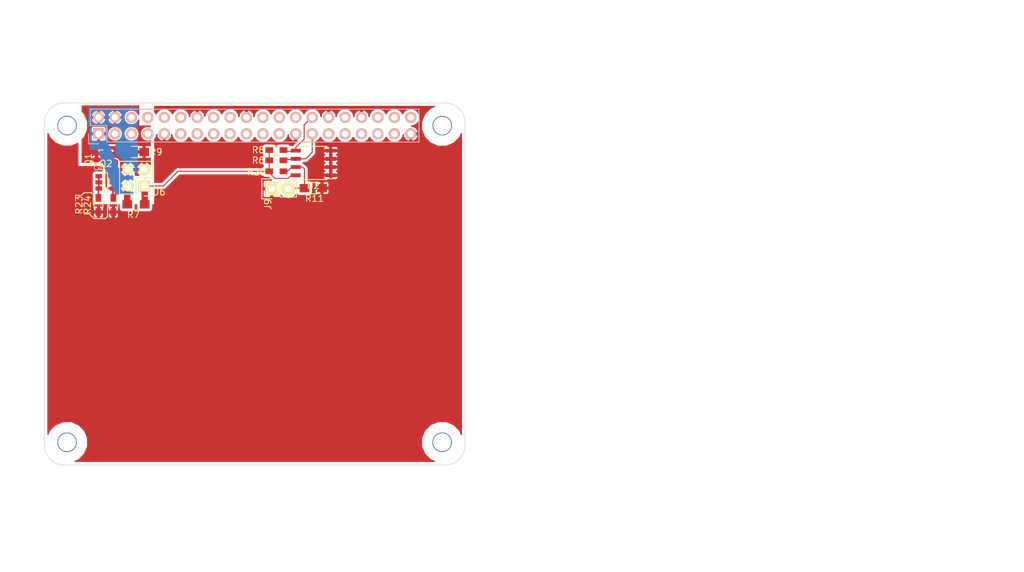
<source format=kicad_pcb>
(kicad_pcb (version 20211014) (generator pcbnew)
  (layers (0 "F.Cu" signal) (1 "In1.Cu" signal) (2 "In2.Cu" signal) (31 "B.Cu" signal) (34 "B.Paste" user) (35 "F.Paste" user) (36 "B.SilkS" user "B.Silkscreen") (37 "F.SilkS" user "F.Silkscreen") (38 "B.Mask" user) (39 "F.Mask" user) (44 "Edge.Cuts" user))
  (net 0 "")
  (net 1 "GND")
  (net 2 "/ID_SD_EEPROM")
  (net 3 "/ID_SC_EEPROM")
  (net 4 "Net-(Q1-Pad1)")
  (net 5 "Net-(Q2-Pad1)")
  (net 6 "/P3V3_HAT")
  (net 7 "/P5V_HAT")
  (net 8 "/P3V3")
  (net 9 "/P5V")
  (net 10 "Net-(J9-Pad2)")
  (footprint "Pin_Headers:Pin_Header_Straight_2x02" (layer "F.Cu") (at 93.98 73.66 180)
    (fp_text reference "J6" (at -2.42 -0.94 180) (layer "F.SilkS"))
    (fp_text value "CONN_02X02")
    (fp_line (start -1.27 1.27) (end 1.27 1.27) (layer "F.SilkS") (width 0.15))
    (fp_line (start 1.27 1.27) (end 1.27 -1.27) (layer "F.SilkS") (width 0.15))
    (fp_line (start -1.55 0) (end -1.55 -1.55) (layer "F.SilkS") (width 0.15))
    (fp_line (start 0 -1.55) (end -1.55 -1.55) (layer "F.SilkS") (width 0.15))
    (fp_line (start -1.27 3.81) (end -1.27 1.27) (layer "F.SilkS") (width 0.15))
    (fp_line (start 1.27 -1.27) (end 3.81 -1.27) (layer "F.SilkS") (width 0.15))
    (fp_line (start 3.81 3.81) (end -1.27 3.81) (layer "F.SilkS") (width 0.15))
    (fp_line (start 3.81 -1.27) (end 3.81 3.81) (layer "F.SilkS") (width 0.15))
    (pad "1" thru_hole rect locked (at 0 0 180) (size 1.7272 1.7272) (drill 1.016) (layers *.Cu *.Mask "F.SilkS") (net 8 "/P3V3"))
    (pad "2" thru_hole oval locked (at 2.54 0 180) (size 1.7272 1.7272) (drill 1.016) (layers *.Cu *.Mask "F.SilkS") (net 6 "/P3V3_HAT"))
    (pad "3" thru_hole oval locked (at 0 2.54 180) (size 1.7272 1.7272) (drill 1.016) (layers *.Cu *.Mask "F.SilkS") (net 9 "/P5V"))
    (pad "4" thru_hole oval locked (at 2.54 2.54 180) (size 1.7272 1.7272) (drill 1.016) (layers *.Cu *.Mask "F.SilkS") (net 7 "/P5V_HAT"))
  )
  (footprint "Pin_Headers:Pin_Header_Straight_1x02" (layer "F.Cu") (at 113.7 74.1 90)
    (fp_text reference "J9" (at -2.4 -0.6 90) (layer "F.SilkS"))
    (fp_text value "CONN_01X02")
    (fp_line (start -1.55 0) (end -1.55 -1.55) (layer "F.SilkS") (width 0.15))
    (fp_line (start -1.27 3.81) (end 1.27 3.81) (layer "F.SilkS") (width 0.15))
    (fp_line (start 1.27 1.27) (end -1.27 1.27) (layer "F.SilkS") (width 0.15))
    (fp_line (start 1.55 -1.55) (end 1.55 0) (layer "F.SilkS") (width 0.15))
    (fp_line (start 1.27 1.27) (end 1.27 3.81) (layer "F.SilkS") (width 0.15))
    (fp_line (start -1.27 1.27) (end -1.27 3.81) (layer "F.SilkS") (width 0.15))
    (fp_line (start -1.55 -1.55) (end 1.55 -1.55) (layer "F.SilkS") (width 0.15))
    (pad "1" thru_hole rect locked (at 0 0 90) (size 2.032 2.032) (drill 1.016) (layers *.Cu *.Mask "F.SilkS") (net 1 "GND"))
    (pad "2" thru_hole oval locked (at 0 2.54 90) (size 2.032 2.032) (drill 1.016) (layers *.Cu *.Mask "F.SilkS") (net 10 "Net-(J9-Pad2)"))
  )
  (footprint "Resistors_SMD:R_0603_HandSoldering" (layer "F.Cu") (at 114.4 69.7)
    (fp_text reference "R6" (at -2.8 0) (layer "F.SilkS"))
    (fp_text value "3.9K")
    (fp_line (start 0.5 0.675) (end -0.5 0.675) (layer "F.SilkS") (width 0.15))
    (fp_line (start -0.5 -0.675) (end 0.5 -0.675) (layer "F.SilkS") (width 0.15))
    (pad "1" smd rect locked (at -1.1 0) (size 1.2 0.9) (layers "F.Cu" "F.Paste" "F.Mask") (net 8 "/P3V3"))
    (pad "2" smd rect locked (at 1.1 0) (size 1.2 0.9) (layers "F.Cu" "F.Paste" "F.Mask") (net 2 "/ID_SD_EEPROM"))
  )
  (footprint "Resistors_SMD:R_0805_HandSoldering" (layer "F.Cu") (at 92.7 76.5)
    (fp_text reference "R7" (at -0.4 1.6) (layer "F.SilkS"))
    (fp_text value "DNP")
    (fp_line (start 0.6 0.875) (end -0.6 0.875) (layer "F.SilkS") (width 0.15))
    (fp_line (start -0.6 -0.875) (end 0.6 -0.875) (layer "F.SilkS") (width 0.15))
    (pad "1" smd rect locked (at -1.35 0) (size 1.5 1.3) (layers "F.Cu" "F.Paste" "F.Mask") (net 6 "/P3V3_HAT"))
    (pad "2" smd rect locked (at 1.35 0) (size 1.5 1.3) (layers "F.Cu" "F.Paste" "F.Mask") (net 8 "/P3V3"))
  )
  (footprint "Resistors_SMD:R_0603_HandSoldering" (layer "F.Cu") (at 114.4 68.1)
    (fp_text reference "R8" (at -2.8 0) (layer "F.SilkS"))
    (fp_text value "3.9K")
    (fp_line (start -0.5 -0.675) (end 0.5 -0.675) (layer "F.SilkS") (width 0.15))
    (fp_line (start 0.5 0.675) (end -0.5 0.675) (layer "F.SilkS") (width 0.15))
    (pad "1" smd rect locked (at -1.1 0) (size 1.2 0.9) (layers "F.Cu" "F.Paste" "F.Mask") (net 8 "/P3V3"))
    (pad "2" smd rect locked (at 1.1 0) (size 1.2 0.9) (layers "F.Cu" "F.Paste" "F.Mask") (net 3 "/ID_SC_EEPROM"))
  )
  (footprint "Resistors_SMD:R_0805_HandSoldering" (layer "F.Cu") (at 92.6 68.4)
    (fp_text reference "R9" (at 3.2 0) (layer "F.SilkS"))
    (fp_text value "DNP")
    (fp_line (start -0.6 -0.875) (end 0.6 -0.875) (layer "F.SilkS") (width 0.15))
    (fp_line (start 0.6 0.875) (end -0.6 0.875) (layer "F.SilkS") (width 0.15))
    (pad "1" smd rect locked (at -1.35 0) (size 1.5 1.3) (layers "F.Cu" "F.Paste" "F.Mask") (net 7 "/P5V_HAT"))
    (pad "2" smd rect locked (at 1.35 0) (size 1.5 1.3) (layers "F.Cu" "F.Paste" "F.Mask") (net 9 "/P5V"))
  )
  (footprint "Resistors_SMD:R_0805_HandSoldering" (layer "F.Cu") (at 120.1 74)
    (fp_text reference "R11" (at 0.2 1.6) (layer "F.SilkS"))
    (fp_text value "DNP")
    (fp_line (start 0.6 0.875) (end -0.6 0.875) (layer "F.SilkS") (width 0.15))
    (fp_line (start -0.6 -0.875) (end 0.6 -0.875) (layer "F.SilkS") (width 0.15))
    (pad "1" smd rect locked (at -1.35 0) (size 1.5 1.3) (layers "F.Cu" "F.Paste" "F.Mask") (net 10 "Net-(J9-Pad2)"))
    (pad "2" smd rect locked (at 1.35 0) (size 1.5 1.3) (layers "F.Cu" "F.Paste" "F.Mask") (net 1 "GND"))
  )
  (footprint "Resistors_SMD:R_0603_HandSoldering" (layer "F.Cu") (at 86.9 76.6 -90)
    (fp_text reference "R23" (at 0 3 -90) (layer "F.SilkS"))
    (fp_text value "22")
    (fp_line (start -0.5 -0.675) (end 0.5 -0.675) (layer "F.SilkS") (width 0.15))
    (fp_line (start 0.5 0.675) (end -0.5 0.675) (layer "F.SilkS") (width 0.15))
    (pad "1" smd rect locked (at -1.1 0 270) (size 1.2 0.9) (layers "F.Cu" "F.Paste" "F.Mask") (net 5 "Net-(Q2-Pad1)"))
    (pad "2" smd rect locked (at 1.1 0 270) (size 1.2 0.9) (layers "F.Cu" "F.Paste" "F.Mask") (net 1 "GND"))
  )
  (footprint "Resistors_SMD:R_0603_HandSoldering" (layer "F.Cu") (at 89.2 76.6 -90)
    (fp_text reference "R24" (at 0 4 -90) (layer "F.SilkS"))
    (fp_text value "22")
    (fp_line (start 0.5 0.675) (end -0.5 0.675) (layer "F.SilkS") (width 0.15))
    (fp_line (start -0.5 -0.675) (end 0.5 -0.675) (layer "F.SilkS") (width 0.15))
    (pad "1" smd rect locked (at -1.1 0 270) (size 1.2 0.9) (layers "F.Cu" "F.Paste" "F.Mask") (net 4 "Net-(Q1-Pad1)"))
    (pad "2" smd rect locked (at 1.1 0 270) (size 1.2 0.9) (layers "F.Cu" "F.Paste" "F.Mask") (net 1 "GND"))
  )
  (footprint "Resistors_SMD:R_0603_HandSoldering" (layer "F.Cu") (at 114.4 71.4)
    (fp_text reference "R29" (at -3.1 0.1) (layer "F.SilkS"))
    (fp_text value "10K")
    (fp_line (start -0.5 -0.675) (end 0.5 -0.675) (layer "F.SilkS") (width 0.15))
    (fp_line (start 0.5 0.675) (end -0.5 0.675) (layer "F.SilkS") (width 0.15))
    (pad "1" smd rect locked (at -1.1 0) (size 1.2 0.9) (layers "F.Cu" "F.Paste" "F.Mask") (net 8 "/P3V3"))
    (pad "2" smd rect locked (at 1.1 0) (size 1.2 0.9) (layers "F.Cu" "F.Paste" "F.Mask") (net 10 "Net-(J9-Pad2)"))
  )
  (footprint "TO_SOT_Packages_SMD:SOT-23" (layer "F.Cu") (at 87.6 69.6 90)
    (fp_text reference "Q1" (at 0 -2.25 90) (layer "F.SilkS"))
    (fp_text value "DMG2305UX")
    (fp_line (start 1.49982 -0.65024) (end 1.49982 0.0508) (layer "F.SilkS") (width 0.15))
    (fp_line (start 1.29916 -0.65024) (end 1.49982 -0.65024) (layer "F.SilkS") (width 0.15))
    (fp_line (start -1.49982 0.0508) (end -1.49982 -0.65024) (layer "F.SilkS") (width 0.15))
    (fp_line (start 1.29916 -0.65024) (end 1.2509 -0.65024) (layer "F.SilkS") (width 0.15))
    (fp_line (start -1.49982 -0.65024) (end -1.2509 -0.65024) (layer "F.SilkS") (width 0.15))
    (pad "1" smd rect locked (at -0.95 1.00076 90) (size 0.8001 0.8001) (layers "F.Cu" "F.Paste" "F.Mask") (net 4 "Net-(Q1-Pad1)"))
    (pad "2" smd rect locked (at 0.95 1.00076 90) (size 0.8001 0.8001) (layers "F.Cu" "F.Paste" "F.Mask") (net 7 "/P5V_HAT"))
    (pad "3" smd rect locked (at 0 -0.99822 90) (size 0.8001 0.8001) (layers "F.Cu" "F.Paste" "F.Mask") (net 9 "/P5V"))
  )
  (footprint "TO_SOT_Packages_SMD:SOT-23-6" (layer "F.Cu") (at 88.05 73.1)
    (fp_text reference "Q2" (at 0 -2.9) (layer "F.SilkS"))
    (fp_text value "DMMT5401")
    (fp_line (start 0.25 -1.45) (end -0.25 -1.45) (layer "F.SilkS") (width 0.15))
    (fp_line (start -0.25 -1.45) (end -0.25 1.45) (layer "F.SilkS") (width 0.15))
    (fp_line (start 0.25 1.45) (end 0.25 -1.45) (layer "F.SilkS") (width 0.15))
    (fp_line (start -0.25 1.45) (end 0.25 1.45) (layer "F.SilkS") (width 0.15))
    (fp_circle (center -0.4 -1.7) (end -0.3 -1.7) (layer "F.SilkS") (width 0.15) (fill none))
    (pad "1" smd rect locked (at -1.1 -0.95) (size 1.06 0.65) (layers "F.Cu" "F.Paste" "F.Mask") (net 5 "Net-(Q2-Pad1)"))
    (pad "2" smd rect locked (at -1.1 0) (size 1.06 0.65) (layers "F.Cu" "F.Paste" "F.Mask") (net 5 "Net-(Q2-Pad1)"))
    (pad "3" smd rect locked (at -1.1 0.95) (size 1.06 0.65) (layers "F.Cu" "F.Paste" "F.Mask") (net 5 "Net-(Q2-Pad1)"))
    (pad "4" smd rect locked (at 1.1 0.95) (size 1.06 0.65) (layers "F.Cu" "F.Paste" "F.Mask") (net 4 "Net-(Q1-Pad1)"))
    (pad "5" smd rect locked (at 1.1 0) (size 1.06 0.65) (layers "F.Cu" "F.Paste" "F.Mask") (net 7 "/P5V_HAT"))
    (pad "6" smd rect locked (at 1.1 -0.95) (size 1.06 0.65) (layers "F.Cu" "F.Paste" "F.Mask") (net 9 "/P5V"))
  )
  (footprint "Housings_SOIC:SOIC-8_3.9x4.9mm_Pitch1.27mm" (layer "F.Cu") (at 120.1 70.1 180)
    (fp_text reference "U2" (at 0 -3.5 180) (layer "F.SilkS"))
    (fp_text value "CAT24C32")
    (fp_line (start 2.075 -2.575) (end 2.075 -2.43) (layer "F.SilkS") (width 0.15))
    (fp_line (start 2.075 2.575) (end 2.075 2.43) (layer "F.SilkS") (width 0.15))
    (fp_line (start -2.075 -2.43) (end -3.475 -2.43) (layer "F.SilkS") (width 0.15))
    (fp_line (start -2.075 -2.575) (end 2.075 -2.575) (layer "F.SilkS") (width 0.15))
    (fp_line (start -2.075 2.575) (end 2.075 2.575) (layer "F.SilkS") (width 0.15))
    (fp_line (start -2.075 2.575) (end -2.075 2.43) (layer "F.SilkS") (width 0.15))
    (fp_line (start -2.075 -2.575) (end -2.075 -2.43) (layer "F.SilkS") (width 0.15))
    (pad "1" smd rect locked (at -2.7 -1.905 180) (size 1.55 0.6) (layers "F.Cu" "F.Paste" "F.Mask") (net 1 "GND"))
    (pad "2" smd rect locked (at -2.7 -0.635 180) (size 1.55 0.6) (layers "F.Cu" "F.Paste" "F.Mask") (net 1 "GND"))
    (pad "3" smd rect locked (at -2.7 0.635 180) (size 1.55 0.6) (layers "F.Cu" "F.Paste" "F.Mask") (net 1 "GND"))
    (pad "4" smd rect locked (at -2.7 1.905 180) (size 1.55 0.6) (layers "F.Cu" "F.Paste" "F.Mask") (net 1 "GND"))
    (pad "5" smd rect locked (at 2.7 1.905 180) (size 1.55 0.6) (layers "F.Cu" "F.Paste" "F.Mask") (net 3 "/ID_SC_EEPROM"))
    (pad "6" smd rect locked (at 2.7 0.635 180) (size 1.55 0.6) (layers "F.Cu" "F.Paste" "F.Mask") (net 2 "/ID_SD_EEPROM"))
    (pad "7" smd rect locked (at 2.7 -0.635 180) (size 1.55 0.6) (layers "F.Cu" "F.Paste" "F.Mask") (net 10 "Net-(J9-Pad2)"))
    (pad "8" smd rect locked (at 2.7 -1.905 180) (size 1.55 0.6) (layers "F.Cu" "F.Paste" "F.Mask") (net 8 "/P3V3"))
  )
  (footprint "project_footprints:NPTH_3mm_ID" (layer "F.Cu") (at 82.04 64.31)
    (fp_text reference "H1" (at 0.06 0.09) (layer "F.SilkS"))
    (fp_text value "3mm_Mounting_Hole")
    (pad "" np_thru_hole circle locked (at 0 0) (size 3 3) (drill 2.75) (layers *.Cu *.Mask) (clearance 1.6))
  )
  (footprint "project_footprints:NPTH_3mm_ID" (layer "F.Cu") (at 140.04 64.33)
    (fp_text reference "H2" (at 0.06 0.09) (layer "F.SilkS"))
    (fp_text value "3mm_Mounting_Hole")
    (pad "" np_thru_hole circle locked (at 0 0) (size 3 3) (drill 2.75) (layers *.Cu *.Mask) (clearance 1.6))
  )
  (footprint "project_footprints:NPTH_3mm_ID" (layer "F.Cu") (at 82.04 113.32)
    (fp_text reference "H3" (at 0.06 0.09) (layer "F.SilkS"))
    (fp_text value "3mm_Mounting_Hole")
    (pad "" np_thru_hole circle locked (at 0 0) (size 3 3) (drill 2.75) (layers *.Cu *.Mask) (clearance 1.6))
  )
  (footprint "project_footprints:NPTH_3mm_ID" (layer "F.Cu") (at 140.03 113.31)
    (fp_text reference "H4" (at 0.06 0.09) (layer "F.SilkS"))
    (fp_text value "3mm_Mounting_Hole")
    (pad "" np_thru_hole circle locked (at 0 0) (size 3 3) (drill 2.75) (layers *.Cu *.Mask) (clearance 1.6))
  )
  (footprint "Socket_Strips:Socket_Strip_Straight_2x20" (layer "B.Cu") (at 86.92 65.59)
    (fp_text reference "J3" (at 0 5.1) (layer "B.SilkS") (effects (justify mirror)))
    (fp_text value "40HAT")
    (fp_line (start -1.27 -3.81) (end -1.27 -1.27) (layer "B.SilkS") (width 0.15))
    (fp_line (start 1.27 1.27) (end 49.53 1.27) (layer "B.SilkS") (width 0.15))
    (fp_line (start 49.53 -3.81) (end 49.53 1.27) (layer "B.SilkS") (width 0.15))
    (fp_line (start -1.55 1.55) (end -1.55 0) (layer "B.SilkS") (width 0.15))
    (fp_line (start 49.53 -3.81) (end -1.27 -3.81) (layer "B.SilkS") (width 0.15))
    (fp_line (start 0 1.55) (end -1.55 1.55) (layer "B.SilkS") (width 0.15))
    (fp_line (start 1.27 -1.27) (end 1.27 1.27) (layer "B.SilkS") (width 0.15))
    (fp_line (start -1.27 -1.27) (end 1.27 -1.27) (layer "B.SilkS") (width 0.15))
    (pad "1" thru_hole rect locked (at 0 0) (size 1.7272 1.7272) (drill 1.016) (layers *.Cu *.Mask "B.SilkS") (net 6 "/P3V3_HAT"))
    (pad "2" thru_hole oval locked (at 0 -2.54) (size 1.7272 1.7272) (drill 1.016) (layers *.Cu *.Mask "B.SilkS") (net 7 "/P5V_HAT"))
    (pad "3" thru_hole oval locked (at 2.54 0) (size 1.7272 1.7272) (drill 1.016) (layers *.Cu *.Mask "B.SilkS"))
    (pad "4" thru_hole oval locked (at 2.54 -2.54) (size 1.7272 1.7272) (drill 1.016) (layers *.Cu *.Mask "B.SilkS") (net 7 "/P5V_HAT"))
    (pad "5" thru_hole oval locked (at 5.08 0) (size 1.7272 1.7272) (drill 1.016) (layers *.Cu *.Mask "B.SilkS"))
    (pad "6" thru_hole oval locked (at 5.08 -2.54) (size 1.7272 1.7272) (drill 1.016) (layers *.Cu *.Mask "B.SilkS") (net 1 "GND"))
    (pad "7" thru_hole oval locked (at 7.62 0) (size 1.7272 1.7272) (drill 1.016) (layers *.Cu *.Mask "B.SilkS"))
    (pad "8" thru_hole oval locked (at 7.62 -2.54) (size 1.7272 1.7272) (drill 1.016) (layers *.Cu *.Mask "B.SilkS"))
    (pad "9" thru_hole oval locked (at 10.16 0) (size 1.7272 1.7272) (drill 1.016) (layers *.Cu *.Mask "B.SilkS") (net 1 "GND"))
    (pad "10" thru_hole oval locked (at 10.16 -2.54) (size 1.7272 1.7272) (drill 1.016) (layers *.Cu *.Mask "B.SilkS"))
    (pad "11" thru_hole oval locked (at 12.7 0) (size 1.7272 1.7272) (drill 1.016) (layers *.Cu *.Mask "B.SilkS"))
    (pad "12" thru_hole oval locked (at 12.7 -2.54) (size 1.7272 1.7272) (drill 1.016) (layers *.Cu *.Mask "B.SilkS"))
    (pad "13" thru_hole oval locked (at 15.24 0) (size 1.7272 1.7272) (drill 1.016) (layers *.Cu *.Mask "B.SilkS"))
    (pad "14" thru_hole oval locked (at 15.24 -2.54) (size 1.7272 1.7272) (drill 1.016) (layers *.Cu *.Mask "B.SilkS") (net 1 "GND"))
    (pad "15" thru_hole oval locked (at 17.78 0) (size 1.7272 1.7272) (drill 1.016) (layers *.Cu *.Mask "B.SilkS"))
    (pad "16" thru_hole oval locked (at 17.78 -2.54) (size 1.7272 1.7272) (drill 1.016) (layers *.Cu *.Mask "B.SilkS"))
    (pad "17" thru_hole oval locked (at 20.32 0) (size 1.7272 1.7272) (drill 1.016) (layers *.Cu *.Mask "B.SilkS"))
    (pad "18" thru_hole oval locked (at 20.32 -2.54) (size 1.7272 1.7272) (drill 1.016) (layers *.Cu *.Mask "B.SilkS"))
    (pad "19" thru_hole oval locked (at 22.86 0) (size 1.7272 1.7272) (drill 1.016) (layers *.Cu *.Mask "B.SilkS"))
    (pad "20" thru_hole oval locked (at 22.86 -2.54) (size 1.7272 1.7272) (drill 1.016) (layers *.Cu *.Mask "B.SilkS") (net 1 "GND"))
    (pad "21" thru_hole oval locked (at 25.4 0) (size 1.7272 1.7272) (drill 1.016) (layers *.Cu *.Mask "B.SilkS"))
    (pad "22" thru_hole oval locked (at 25.4 -2.54) (size 1.7272 1.7272) (drill 1.016) (layers *.Cu *.Mask "B.SilkS"))
    (pad "23" thru_hole oval locked (at 27.94 0) (size 1.7272 1.7272) (drill 1.016) (layers *.Cu *.Mask "B.SilkS"))
    (pad "24" thru_hole oval locked (at 27.94 -2.54) (size 1.7272 1.7272) (drill 1.016) (layers *.Cu *.Mask "B.SilkS"))
    (pad "25" thru_hole oval locked (at 30.48 0) (size 1.7272 1.7272) (drill 1.016) (layers *.Cu *.Mask "B.SilkS") (net 1 "GND"))
    (pad "26" thru_hole oval locked (at 30.48 -2.54) (size 1.7272 1.7272) (drill 1.016) (layers *.Cu *.Mask "B.SilkS"))
    (pad "27" thru_hole oval locked (at 33.02 0) (size 1.7272 1.7272) (drill 1.016) (layers *.Cu *.Mask "B.SilkS") (net 2 "/ID_SD_EEPROM"))
    (pad "28" thru_hole oval locked (at 33.02 -2.54) (size 1.7272 1.7272) (drill 1.016) (layers *.Cu *.Mask "B.SilkS") (net 3 "/ID_SC_EEPROM"))
    (pad "29" thru_hole oval locked (at 35.56 0) (size 1.7272 1.7272) (drill 1.016) (layers *.Cu *.Mask "B.SilkS"))
    (pad "30" thru_hole oval locked (at 35.56 -2.54) (size 1.7272 1.7272) (drill 1.016) (layers *.Cu *.Mask "B.SilkS") (net 1 "GND"))
    (pad "31" thru_hole oval locked (at 38.1 0) (size 1.7272 1.7272) (drill 1.016) (layers *.Cu *.Mask "B.SilkS"))
    (pad "32" thru_hole oval locked (at 38.1 -2.54) (size 1.7272 1.7272) (drill 1.016) (layers *.Cu *.Mask "B.SilkS"))
    (pad "33" thru_hole oval locked (at 40.64 0) (size 1.7272 1.7272) (drill 1.016) (layers *.Cu *.Mask "B.SilkS"))
    (pad "34" thru_hole oval locked (at 40.64 -2.54) (size 1.7272 1.7272) (drill 1.016) (layers *.Cu *.Mask "B.SilkS") (net 1 "GND"))
    (pad "35" thru_hole oval locked (at 43.18 0) (size 1.7272 1.7272) (drill 1.016) (layers *.Cu *.Mask "B.SilkS"))
    (pad "36" thru_hole oval locked (at 43.18 -2.54) (size 1.7272 1.7272) (drill 1.016) (layers *.Cu *.Mask "B.SilkS"))
    (pad "37" thru_hole oval locked (at 45.72 0) (size 1.7272 1.7272) (drill 1.016) (layers *.Cu *.Mask "B.SilkS"))
    (pad "38" thru_hole oval locked (at 45.72 -2.54) (size 1.7272 1.7272) (drill 1.016) (layers *.Cu *.Mask "B.SilkS"))
    (pad "39" thru_hole oval locked (at 48.26 0) (size 1.7272 1.7272) (drill 1.016) (layers *.Cu *.Mask "B.SilkS") (net 1 "GND"))
    (pad "40" thru_hole oval locked (at 48.26 -2.54) (size 1.7272 1.7272) (drill 1.016) (layers *.Cu *.Mask "B.SilkS"))
  )
  (gr_line (start 86.1 76.5) (end 86.3 76.5) (layer "F.SilkS") (width 0.15))
  (gr_line (start 84.7 74.7) (end 85.8 74.7) (layer "F.SilkS") (width 0.15))
  (gr_line (start 84.7 78) (end 85.5 78) (layer "F.SilkS") (width 0.15))
  (gr_line (start 84.3 75.1) (end 84.7 74.7) (layer "F.SilkS") (width 0.15))
  (gr_line (start 83.3 75.1) (end 84.3 75.1) (layer "F.SilkS") (width 0.15))
  (gr_line (start 88.4 76.6) (end 88.5 76.6) (layer "F.SilkS") (width 0.15))
  (gr_line (start 88.3 76.7) (end 88.4 76.6) (layer "F.SilkS") (width 0.15))
  (gr_line (start 88.3 78.4) (end 88.3 76.7) (layer "F.SilkS") (width 0.15))
  (gr_line (start 85.5 78) (end 86.2 78.7) (layer "F.SilkS") (width 0.15))
  (gr_line (start 85.8 74.7) (end 86.1 75) (layer "F.SilkS") (width 0.15))
  (gr_line (start 88 78.7) (end 88.3 78.4) (layer "F.SilkS") (width 0.15))
  (gr_line (start 86.2 78.7) (end 88 78.7) (layer "F.SilkS") (width 0.15))
  (gr_line (start 86.1 75) (end 86.1 76.5) (layer "F.SilkS") (width 0.15))
  (gr_arc (start 81.546356 116.817611) (mid 79.425036 115.938931) (end 78.546356 113.817611) (layer "Edge.Cuts") (width 0.1))
  (gr_line (start 81.546356 116.817611) (end 140.546356 116.817611) (layer "Edge.Cuts") (width 0.1))
  (gr_line (start 78.546356 63.817611) (end 78.546356 113.817611) (layer "Edge.Cuts") (width 0.1))
  (gr_arc (start 143.546351 113.822847) (mid 142.665824 115.940781) (end 140.546356 116.817611) (layer "Edge.Cuts") (width 0.1))
  (gr_line (start 143.546356 113.817611) (end 143.546356 63.817611) (layer "Edge.Cuts") (width 0.1))
  (gr_line (start 140.546356 60.817611) (end 81.546356 60.817611) (layer "Edge.Cuts") (width 0.1))
  (gr_arc (start 78.546356 63.817611) (mid 79.425036 61.696291) (end 81.546356 60.817611) (layer "Edge.Cuts") (width 0.1))
  (gr_arc (start 140.546356 60.817611) (mid 142.667676 61.696291) (end 143.546356 63.817611) (layer "Edge.Cuts") (width 0.1))
  (segment (start 115.635 69.565) (end 115.5 69.7) (width 0.15) (layer "F.Cu") (net 2))
  (segment (start 119.94 68.46) (end 118.935 69.465) (width 0.15) (layer "F.Cu") (net 2))
  (segment (start 118.935 69.465) (end 117.4 69.465) (width 0.15) (layer "F.Cu") (net 2))
  (segment (start 117.34 69.565) (end 118.135 69.565) (width 0.25) (layer "F.Cu") (net 2))
  (segment (start 117.34 69.565) (end 115.635 69.565) (width 0.15) (layer "F.Cu") (net 2))
  (segment (start 119.94 65.59) (end 119.94 68.46) (width 0.15) (layer "F.Cu") (net 2))
  (segment (start 119.94 66.06) (end 119.94 65.59) (width 0.25) (layer "B.Cu") (net 2))
  (segment (start 115.695 68.295) (end 115.5 68.1) (width 0.15) (layer "F.Cu") (net 3))
  (segment (start 119.85 63.05) (end 118.7 64.2) (width 0.15) (layer "F.Cu") (net 3))
  (segment (start 118.7 64.2) (end 118.7 66.4) (width 0.15) (layer "F.Cu") (net 3))
  (segment (start 118.7 66.4) (end 117.4 67.7) (width 0.15) (layer "F.Cu") (net 3))
  (segment (start 117.4 67.7) (end 117.4 68.195) (width 0.15) (layer "F.Cu") (net 3))
  (segment (start 117.34 68.295) (end 115.695 68.295) (width 0.15) (layer "F.Cu") (net 3))
  (segment (start 119.94 63.05) (end 119.85 63.05) (width 0.15) (layer "F.Cu") (net 3))
  (segment (start 89.15 75.45) (end 89.2 75.5) (width 0.25) (layer "F.Cu") (net 4))
  (segment (start 88.60076 70.89924) (end 88.1 71.4) (width 0.25) (layer "F.Cu") (net 4))
  (segment (start 88.1 71.4) (end 88.1 73.7) (width 0.25) (layer "F.Cu") (net 4))
  (segment (start 88.1 73.7) (end 88.45 74.05) (width 0.25) (layer "F.Cu") (net 4))
  (segment (start 88.45 74.05) (end 89.15 74.05) (width 0.25) (layer "F.Cu") (net 4))
  (segment (start 89.15 74.05) (end 89.15 75.45) (width 0.25) (layer "F.Cu") (net 4))
  (segment (start 88.60076 70.55) (end 88.60076 70.89924) (width 0.25) (layer "F.Cu") (net 4))
  (segment (start 86.95 73.1) (end 86.95 74.05) (width 0.25) (layer "F.Cu") (net 5))
  (segment (start 86.95 74.05) (end 86.9 74.1) (width 0.25) (layer "F.Cu") (net 5))
  (segment (start 86.9 74.1) (end 86.9 75.5) (width 0.25) (layer "F.Cu") (net 5))
  (segment (start 86.95 72.15) (end 86.95 73.1) (width 0.25) (layer "F.Cu") (net 5))
  (segment (start 91.35 73.75) (end 91.44 73.66) (width 0.25) (layer "F.Cu") (net 6))
  (segment (start 91.35 76.5) (end 91.35 73.75) (width 1) (layer "F.Cu") (net 6))
  (segment (start 89.9 73.1) (end 90.6 72.4) (width 0.15) (layer "F.Cu") (net 7))
  (segment (start 90.6 72.4) (end 91.2 72.4) (width 0.15) (layer "F.Cu") (net 7))
  (segment (start 91.2 72.4) (end 91.44 72.16) (width 0.15) (layer "F.Cu") (net 7))
  (segment (start 91.44 72.16) (end 91.44 71.12) (width 0.15) (layer "F.Cu") (net 7))
  (segment (start 89.15 73.1) (end 89.9 73.1) (width 0.15) (layer "F.Cu") (net 7))
  (segment (start 88.7 68.65) (end 88.7 68.6) (width 0.6) (layer "F.Cu") (net 7))
  (segment (start 94.05 73.73) (end 93.98 73.66) (width 0.15) (layer "F.Cu") (net 8))
  (segment (start 113.3 69.7) (end 113.3 71.4) (width 0.15) (layer "F.Cu") (net 8))
  (segment (start 116.695 72.005) (end 116.2 72.5) (width 0.15) (layer "F.Cu") (net 8))
  (segment (start 116.2 72.5) (end 114.2 72.5) (width 0.15) (layer "F.Cu") (net 8))
  (segment (start 114.2 72.5) (end 113.3 71.6) (width 0.15) (layer "F.Cu") (net 8))
  (segment (start 113.3 71.6) (end 113.3 71.4) (width 0.15) (layer "F.Cu") (net 8))
  (segment (start 99.2 71.4) (end 96.94 73.66) (width 0.15) (layer "F.Cu") (net 8))
  (segment (start 96.94 73.66) (end 93.98 73.66) (width 0.15) (layer "F.Cu") (net 8))
  (segment (start 113.3 71.4) (end 99.2 71.4) (width 0.15) (layer "F.Cu") (net 8))
  (segment (start 117.4 72.005) (end 116.695 72.005) (width 0.15) (layer "F.Cu") (net 8))
  (segment (start 94.05 76.5) (end 94.05 73.73) (width 1) (layer "F.Cu") (net 8))
  (segment (start 113.3 68.1) (end 113.3 69.7) (width 0.15) (layer "F.Cu") (net 8))
  (segment (start 89.5 69.6) (end 89.6 69.7) (width 0.25) (layer "F.Cu") (net 9))
  (segment (start 89.6 69.7) (end 89.7 69.7) (width 0.25) (layer "F.Cu") (net 9))
  (segment (start 89.7 69.7) (end 89.8 69.8) (width 0.25) (layer "F.Cu") (net 9))
  (segment (start 89.8 69.8) (end 89.8 71.3) (width 0.25) (layer "F.Cu") (net 9))
  (segment (start 89.8 71.3) (end 89.15 71.95) (width 0.25) (layer "F.Cu") (net 9))
  (segment (start 89.15 71.95) (end 89.15 72.15) (width 0.25) (layer "F.Cu") (net 9))
  (segment (start 94.15 68.6) (end 93.95 68.4) (width 0.25) (layer "F.Cu") (net 9))
  (segment (start 93.98 68.43) (end 93.95 68.4) (width 0.25) (layer "F.Cu") (net 9))
  (segment (start 93.98 71.12) (end 93.98 68.43) (width 0.25) (layer "F.Cu") (net 9))
  (segment (start 86.5 69.6) (end 89.5 69.6) (width 0.25) (layer "F.Cu") (net 9))
  (segment (start 116.64 74) (end 116.24 74.4) (width 0.15) (layer "F.Cu") (net 10))
  (segment (start 116.765 70.735) (end 116.1 71.4) (width 0.15) (layer "F.Cu") (net 10))
  (segment (start 116.1 71.4) (end 115.5 71.4) (width 0.15) (layer "F.Cu") (net 10))
  (segment (start 118.75 71.05) (end 118.435 70.735) (width 0.15) (layer "F.Cu") (net 10))
  (segment (start 118.435 70.735) (end 117.4 70.735) (width 0.15) (layer "F.Cu") (net 10))
  (segment (start 118.75 74) (end 118.75 71.05) (width 0.15) (layer "F.Cu") (net 10))
  (segment (start 115.5 71.4) (end 115.8 71.4) (width 0.15) (layer "F.Cu") (net 10))
  (segment (start 117.4 70.735) (end 116.765 70.735) (width 0.15) (layer "F.Cu") (net 10))
  (segment (start 118.75 74) (end 116.64 74) (width 0.15) (layer "F.Cu") (net 10))
  (zone (net 1) (net_name "GND") (layer "F.Cu") (connect_pads (clearance 0.4)) (min_thickness 0.2) (fill yes (thermal_gap 0.25) (thermal_bridge_width 0.508))
    (polygon (pts (xy 144.1 133.38) (xy 77.6 133.38) (xy 77.6 59.08) (xy 144.1 59.08)))
    (polygon (pts (xy 83.8 60.38) (xy 83.8 70.58) (xy 87.6 70.58) (xy 87.6 76.48) (xy 95.5 76.48) (xy 95.5 70.58) (xy 95.5 67.28) (xy 95.5 60.38)))
  )
  (zone (net 7) (net_name "/P5V_HAT") (layer "F.Cu") (connect_pads (clearance 0.2)) (min_thickness 0.2) (fill yes (thermal_gap 0.25) (thermal_bridge_width 0.508))
    (polygon (pts (xy 91.8 72.7) (xy 90.5 73.4) (xy 89.6 73.4) (xy 89.5 73.5) (xy 88 67.5) (xy 91.8 67.5)))
  )
  (zone (net 9) (net_name "/P5V") (layer "F.Cu") (connect_pads (clearance 0.2)) (min_thickness 0.2) (fill yes (thermal_gap 0.25) (thermal_bridge_width 0.508))
    (polygon (pts (xy 93.2 64.3) (xy 95 64.3) (xy 95 72.1) (xy 92.5 72.1) (xy 92.5 67.2) (xy 87.6 67.2) (xy 87.6 70.1) (xy 84.3 70.1) (xy 84.3 61.2) (xy 93.2 61.2)))
  )
  (zone (net 6) (net_name "/P3V3_HAT") (layer "B.Cu") (connect_pads (clearance 0.2)) (min_thickness 0.2) (fill yes (thermal_gap 0.25) (thermal_bridge_width 0.508))
    (polygon (pts (xy 88.5 67.3) (xy 90.5 72) (xy 92.3 72) (xy 92.3 75) (xy 89.5 75) (xy 86.7 68.1) (xy 85.5 68.1) (xy 85.5 64.7) (xy 86.4 64.7) (xy 88.5 64.7)))
  )
  (zone (net 7) (net_name "/P5V_HAT") (layer "B.Cu") (connect_pads (clearance 0.2)) (min_thickness 0.2) (fill yes (thermal_gap 0.25) (thermal_bridge_width 0.508))
    (polygon (pts (xy 93 71.7) (xy 91.2 71.7) (xy 90.5 69.5) (xy 89.5 68.9) (xy 89.5 64.5) (xy 85.3 64.5) (xy 85.3 61.5) (xy 93 61.5)))
  )
)
</source>
